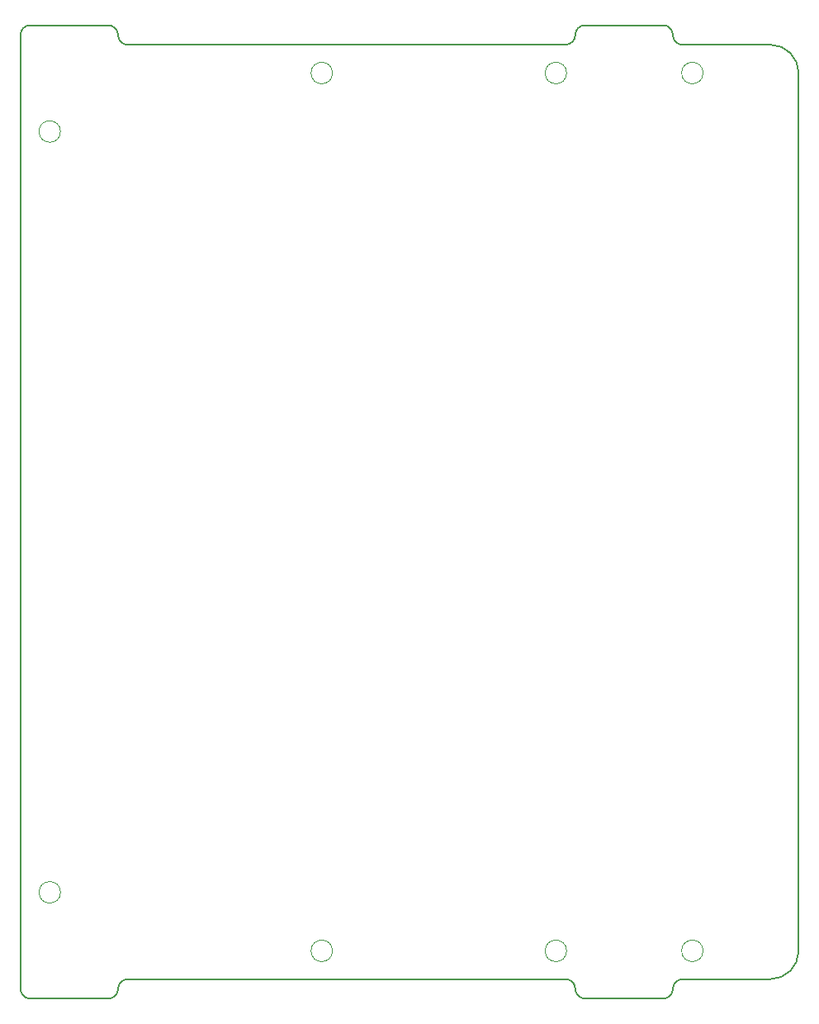
<source format=gbr>
%TF.GenerationSoftware,KiCad,Pcbnew,8.0.7-8.0.7-0~ubuntu24.04.1*%
%TF.CreationDate,2025-01-20T15:28:16+03:00*%
%TF.ProjectId,PM-DQ16-source,504d2d44-5131-4362-9d73-6f757263652e,rev?*%
%TF.SameCoordinates,Original*%
%TF.FileFunction,Profile,NP*%
%FSLAX46Y46*%
G04 Gerber Fmt 4.6, Leading zero omitted, Abs format (unit mm)*
G04 Created by KiCad (PCBNEW 8.0.7-8.0.7-0~ubuntu24.04.1) date 2025-01-20 15:28:16*
%MOMM*%
%LPD*%
G01*
G04 APERTURE LIST*
%TA.AperFunction,Profile*%
%ADD10C,0.200000*%
%TD*%
%TA.AperFunction,Profile*%
%ADD11C,0.050000*%
%TD*%
G04 APERTURE END LIST*
D10*
X27000000Y47900000D02*
G75*
G02*
X29900000Y45000000I0J-2900000D01*
G01*
X16000000Y49900000D02*
G75*
G02*
X17000000Y48900000I0J-1000000D01*
G01*
X-40900000Y49900000D02*
G75*
G02*
X-39900000Y48900000I0J-1000000D01*
G01*
X-48900000Y-49900000D02*
X-40900000Y-49900000D01*
X7000000Y48900000D02*
G75*
G02*
X6000000Y47900000I-1000000J0D01*
G01*
X-49900000Y48900000D02*
G75*
G02*
X-48900000Y49900000I1000000J0D01*
G01*
X-39900000Y-48900000D02*
G75*
G02*
X-40900000Y-49900000I-1000000J0D01*
G01*
X7000000Y48900000D02*
G75*
G02*
X8000000Y49900000I1000000J0D01*
G01*
X-38900000Y47900000D02*
X6000000Y47900000D01*
X17000000Y-48900000D02*
G75*
G02*
X16000000Y-49900000I-1000000J0D01*
G01*
X-38900000Y47900000D02*
G75*
G02*
X-39900000Y48900000I0J1000000D01*
G01*
X6000000Y-47900000D02*
X-38900000Y-47900000D01*
X18000000Y-47900000D02*
X27000000Y-47900000D01*
X8000000Y-49900000D02*
G75*
G02*
X7000000Y-48900000I0J1000000D01*
G01*
X-48900000Y-49900000D02*
G75*
G02*
X-49900000Y-48900000I0J1000000D01*
G01*
X18000000Y47900000D02*
G75*
G02*
X17000000Y48900000I0J1000000D01*
G01*
X29900000Y45000000D02*
X29900000Y-45000000D01*
X-48900000Y49900000D02*
X-40900000Y49900000D01*
X17000000Y-48900000D02*
G75*
G02*
X18000000Y-47900000I1000000J0D01*
G01*
X27000000Y47900000D02*
X18000000Y47900000D01*
X-49900000Y48900000D02*
X-49900000Y-48900000D01*
X29900000Y-45000000D02*
G75*
G02*
X27000000Y-47900000I-2900000J0D01*
G01*
X-39900000Y-48900000D02*
G75*
G02*
X-38900000Y-47900000I1000000J0D01*
G01*
X16000000Y49900000D02*
X8000000Y49900000D01*
X8000000Y-49900000D02*
X16000000Y-49900000D01*
X6000000Y-47900000D02*
G75*
G02*
X7000000Y-48900000I0J-1000000D01*
G01*
D11*
%TO.C,U1*%
X-45800000Y39000000D02*
G75*
G02*
X-48000000Y39000000I-1100000J0D01*
G01*
X-48000000Y39000000D02*
G75*
G02*
X-45800000Y39000000I1100000J0D01*
G01*
X-45800000Y-39000000D02*
G75*
G02*
X-48000000Y-39000000I-1100000J0D01*
G01*
X-48000000Y-39000000D02*
G75*
G02*
X-45800000Y-39000000I1100000J0D01*
G01*
X-17900000Y45000000D02*
G75*
G02*
X-20100000Y45000000I-1100000J0D01*
G01*
X-20100000Y45000000D02*
G75*
G02*
X-17900000Y45000000I1100000J0D01*
G01*
X-17900000Y-45000000D02*
G75*
G02*
X-20100000Y-45000000I-1100000J0D01*
G01*
X-20100000Y-45000000D02*
G75*
G02*
X-17900000Y-45000000I1100000J0D01*
G01*
%TO.C,U2*%
X6100000Y45000000D02*
G75*
G02*
X3900000Y45000000I-1100000J0D01*
G01*
X3900000Y45000000D02*
G75*
G02*
X6100000Y45000000I1100000J0D01*
G01*
X6100000Y-45000000D02*
G75*
G02*
X3900000Y-45000000I-1100000J0D01*
G01*
X3900000Y-45000000D02*
G75*
G02*
X6100000Y-45000000I1100000J0D01*
G01*
X20100000Y45000000D02*
G75*
G02*
X17900000Y45000000I-1100000J0D01*
G01*
X17900000Y45000000D02*
G75*
G02*
X20100000Y45000000I1100000J0D01*
G01*
X20100000Y-45000000D02*
G75*
G02*
X17900000Y-45000000I-1100000J0D01*
G01*
X17900000Y-45000000D02*
G75*
G02*
X20100000Y-45000000I1100000J0D01*
G01*
%TD*%
M02*

</source>
